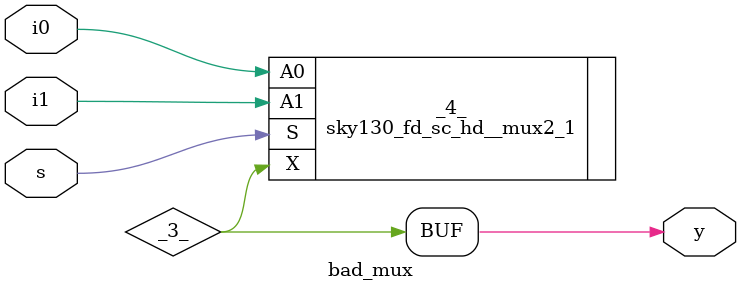
<source format=v>
/* Generated by Yosys 0.32+51 (git sha1 6405bbab1, gcc 12.3.0-1ubuntu1~22.04 -fPIC -Os) */

(* top =  1  *)
(* src = "bad_mux.v:1.1-11.10" *)
module bad_mux(i0, i1, s, y);
  (* src = "bad_mux.v:2.7-2.9" *)
  wire _0_;
  (* src = "bad_mux.v:2.10-2.12" *)
  wire _1_;
  (* src = "bad_mux.v:2.13-2.14" *)
  wire _2_;
  (* src = "bad_mux.v:3.12-3.13" *)
  wire _3_;
  (* src = "bad_mux.v:2.7-2.9" *)
  input i0;
  wire i0;
  (* src = "bad_mux.v:2.10-2.12" *)
  input i1;
  wire i1;
  (* src = "bad_mux.v:2.13-2.14" *)
  input s;
  wire s;
  (* src = "bad_mux.v:3.12-3.13" *)
  output y;
  wire y;
  sky130_fd_sc_hd__mux2_1 _4_ (
    .A0(_0_),
    .A1(_1_),
    .S(_2_),
    .X(_3_)
  );
  assign _0_ = i0;
  assign _1_ = i1;
  assign _2_ = s;
  assign y = _3_;
endmodule

</source>
